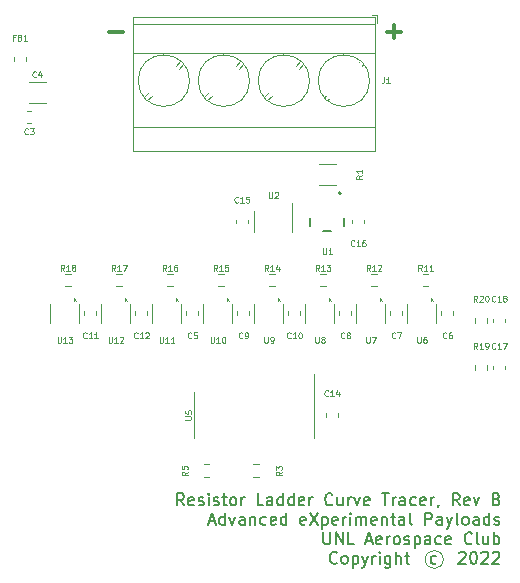
<source format=gbr>
%TF.GenerationSoftware,KiCad,Pcbnew,(5.1.10)-1*%
%TF.CreationDate,2022-11-08T16:30:58-06:00*%
%TF.ProjectId,curve_tracer,63757276-655f-4747-9261-6365722e6b69,B*%
%TF.SameCoordinates,Original*%
%TF.FileFunction,Legend,Top*%
%TF.FilePolarity,Positive*%
%FSLAX46Y46*%
G04 Gerber Fmt 4.6, Leading zero omitted, Abs format (unit mm)*
G04 Created by KiCad (PCBNEW (5.1.10)-1) date 2022-11-08 16:30:58*
%MOMM*%
%LPD*%
G01*
G04 APERTURE LIST*
%ADD10C,0.100000*%
%ADD11C,0.150000*%
%ADD12C,0.300000*%
%ADD13C,0.120000*%
%ADD14C,0.200000*%
%ADD15C,0.127000*%
G04 APERTURE END LIST*
D10*
X165458241Y-131219041D02*
G75*
G03*
X165458241Y-131219041I-764641J0D01*
G01*
D11*
X143495238Y-126628380D02*
X143161904Y-126152190D01*
X142923809Y-126628380D02*
X142923809Y-125628380D01*
X143304761Y-125628380D01*
X143399999Y-125676000D01*
X143447619Y-125723619D01*
X143495238Y-125818857D01*
X143495238Y-125961714D01*
X143447619Y-126056952D01*
X143399999Y-126104571D01*
X143304761Y-126152190D01*
X142923809Y-126152190D01*
X144304761Y-126580761D02*
X144209523Y-126628380D01*
X144019047Y-126628380D01*
X143923809Y-126580761D01*
X143876190Y-126485523D01*
X143876190Y-126104571D01*
X143923809Y-126009333D01*
X144019047Y-125961714D01*
X144209523Y-125961714D01*
X144304761Y-126009333D01*
X144352380Y-126104571D01*
X144352380Y-126199809D01*
X143876190Y-126295047D01*
X144733333Y-126580761D02*
X144828571Y-126628380D01*
X145019047Y-126628380D01*
X145114285Y-126580761D01*
X145161904Y-126485523D01*
X145161904Y-126437904D01*
X145114285Y-126342666D01*
X145019047Y-126295047D01*
X144876190Y-126295047D01*
X144780952Y-126247428D01*
X144733333Y-126152190D01*
X144733333Y-126104571D01*
X144780952Y-126009333D01*
X144876190Y-125961714D01*
X145019047Y-125961714D01*
X145114285Y-126009333D01*
X145590476Y-126628380D02*
X145590476Y-125961714D01*
X145590476Y-125628380D02*
X145542857Y-125676000D01*
X145590476Y-125723619D01*
X145638095Y-125676000D01*
X145590476Y-125628380D01*
X145590476Y-125723619D01*
X146019047Y-126580761D02*
X146114285Y-126628380D01*
X146304761Y-126628380D01*
X146399999Y-126580761D01*
X146447619Y-126485523D01*
X146447619Y-126437904D01*
X146399999Y-126342666D01*
X146304761Y-126295047D01*
X146161904Y-126295047D01*
X146066666Y-126247428D01*
X146019047Y-126152190D01*
X146019047Y-126104571D01*
X146066666Y-126009333D01*
X146161904Y-125961714D01*
X146304761Y-125961714D01*
X146399999Y-126009333D01*
X146733333Y-125961714D02*
X147114285Y-125961714D01*
X146876190Y-125628380D02*
X146876190Y-126485523D01*
X146923809Y-126580761D01*
X147019047Y-126628380D01*
X147114285Y-126628380D01*
X147590476Y-126628380D02*
X147495238Y-126580761D01*
X147447619Y-126533142D01*
X147399999Y-126437904D01*
X147399999Y-126152190D01*
X147447619Y-126056952D01*
X147495238Y-126009333D01*
X147590476Y-125961714D01*
X147733333Y-125961714D01*
X147828571Y-126009333D01*
X147876190Y-126056952D01*
X147923809Y-126152190D01*
X147923809Y-126437904D01*
X147876190Y-126533142D01*
X147828571Y-126580761D01*
X147733333Y-126628380D01*
X147590476Y-126628380D01*
X148352380Y-126628380D02*
X148352380Y-125961714D01*
X148352380Y-126152190D02*
X148399999Y-126056952D01*
X148447619Y-126009333D01*
X148542857Y-125961714D01*
X148638095Y-125961714D01*
X150209523Y-126628380D02*
X149733333Y-126628380D01*
X149733333Y-125628380D01*
X150971428Y-126628380D02*
X150971428Y-126104571D01*
X150923809Y-126009333D01*
X150828571Y-125961714D01*
X150638095Y-125961714D01*
X150542857Y-126009333D01*
X150971428Y-126580761D02*
X150876190Y-126628380D01*
X150638095Y-126628380D01*
X150542857Y-126580761D01*
X150495238Y-126485523D01*
X150495238Y-126390285D01*
X150542857Y-126295047D01*
X150638095Y-126247428D01*
X150876190Y-126247428D01*
X150971428Y-126199809D01*
X151876190Y-126628380D02*
X151876190Y-125628380D01*
X151876190Y-126580761D02*
X151780952Y-126628380D01*
X151590476Y-126628380D01*
X151495238Y-126580761D01*
X151447619Y-126533142D01*
X151399999Y-126437904D01*
X151399999Y-126152190D01*
X151447619Y-126056952D01*
X151495238Y-126009333D01*
X151590476Y-125961714D01*
X151780952Y-125961714D01*
X151876190Y-126009333D01*
X152780952Y-126628380D02*
X152780952Y-125628380D01*
X152780952Y-126580761D02*
X152685714Y-126628380D01*
X152495238Y-126628380D01*
X152399999Y-126580761D01*
X152352380Y-126533142D01*
X152304761Y-126437904D01*
X152304761Y-126152190D01*
X152352380Y-126056952D01*
X152399999Y-126009333D01*
X152495238Y-125961714D01*
X152685714Y-125961714D01*
X152780952Y-126009333D01*
X153638095Y-126580761D02*
X153542857Y-126628380D01*
X153352380Y-126628380D01*
X153257142Y-126580761D01*
X153209523Y-126485523D01*
X153209523Y-126104571D01*
X153257142Y-126009333D01*
X153352380Y-125961714D01*
X153542857Y-125961714D01*
X153638095Y-126009333D01*
X153685714Y-126104571D01*
X153685714Y-126199809D01*
X153209523Y-126295047D01*
X154114285Y-126628380D02*
X154114285Y-125961714D01*
X154114285Y-126152190D02*
X154161904Y-126056952D01*
X154209523Y-126009333D01*
X154304761Y-125961714D01*
X154399999Y-125961714D01*
X156066666Y-126533142D02*
X156019047Y-126580761D01*
X155876190Y-126628380D01*
X155780952Y-126628380D01*
X155638095Y-126580761D01*
X155542857Y-126485523D01*
X155495238Y-126390285D01*
X155447619Y-126199809D01*
X155447619Y-126056952D01*
X155495238Y-125866476D01*
X155542857Y-125771238D01*
X155638095Y-125676000D01*
X155780952Y-125628380D01*
X155876190Y-125628380D01*
X156019047Y-125676000D01*
X156066666Y-125723619D01*
X156923809Y-125961714D02*
X156923809Y-126628380D01*
X156495238Y-125961714D02*
X156495238Y-126485523D01*
X156542857Y-126580761D01*
X156638095Y-126628380D01*
X156780952Y-126628380D01*
X156876190Y-126580761D01*
X156923809Y-126533142D01*
X157399999Y-126628380D02*
X157399999Y-125961714D01*
X157399999Y-126152190D02*
X157447619Y-126056952D01*
X157495238Y-126009333D01*
X157590476Y-125961714D01*
X157685714Y-125961714D01*
X157923809Y-125961714D02*
X158161904Y-126628380D01*
X158399999Y-125961714D01*
X159161904Y-126580761D02*
X159066666Y-126628380D01*
X158876190Y-126628380D01*
X158780952Y-126580761D01*
X158733333Y-126485523D01*
X158733333Y-126104571D01*
X158780952Y-126009333D01*
X158876190Y-125961714D01*
X159066666Y-125961714D01*
X159161904Y-126009333D01*
X159209523Y-126104571D01*
X159209523Y-126199809D01*
X158733333Y-126295047D01*
X160257142Y-125628380D02*
X160828571Y-125628380D01*
X160542857Y-126628380D02*
X160542857Y-125628380D01*
X161161904Y-126628380D02*
X161161904Y-125961714D01*
X161161904Y-126152190D02*
X161209523Y-126056952D01*
X161257142Y-126009333D01*
X161352380Y-125961714D01*
X161447619Y-125961714D01*
X162209523Y-126628380D02*
X162209523Y-126104571D01*
X162161904Y-126009333D01*
X162066666Y-125961714D01*
X161876190Y-125961714D01*
X161780952Y-126009333D01*
X162209523Y-126580761D02*
X162114285Y-126628380D01*
X161876190Y-126628380D01*
X161780952Y-126580761D01*
X161733333Y-126485523D01*
X161733333Y-126390285D01*
X161780952Y-126295047D01*
X161876190Y-126247428D01*
X162114285Y-126247428D01*
X162209523Y-126199809D01*
X163114285Y-126580761D02*
X163019047Y-126628380D01*
X162828571Y-126628380D01*
X162733333Y-126580761D01*
X162685714Y-126533142D01*
X162638095Y-126437904D01*
X162638095Y-126152190D01*
X162685714Y-126056952D01*
X162733333Y-126009333D01*
X162828571Y-125961714D01*
X163019047Y-125961714D01*
X163114285Y-126009333D01*
X163923809Y-126580761D02*
X163828571Y-126628380D01*
X163638095Y-126628380D01*
X163542857Y-126580761D01*
X163495238Y-126485523D01*
X163495238Y-126104571D01*
X163542857Y-126009333D01*
X163638095Y-125961714D01*
X163828571Y-125961714D01*
X163923809Y-126009333D01*
X163971428Y-126104571D01*
X163971428Y-126199809D01*
X163495238Y-126295047D01*
X164399999Y-126628380D02*
X164399999Y-125961714D01*
X164399999Y-126152190D02*
X164447619Y-126056952D01*
X164495238Y-126009333D01*
X164590476Y-125961714D01*
X164685714Y-125961714D01*
X165066666Y-126580761D02*
X165066666Y-126628380D01*
X165019047Y-126723619D01*
X164971428Y-126771238D01*
X166828571Y-126628380D02*
X166495238Y-126152190D01*
X166257142Y-126628380D02*
X166257142Y-125628380D01*
X166638095Y-125628380D01*
X166733333Y-125676000D01*
X166780952Y-125723619D01*
X166828571Y-125818857D01*
X166828571Y-125961714D01*
X166780952Y-126056952D01*
X166733333Y-126104571D01*
X166638095Y-126152190D01*
X166257142Y-126152190D01*
X167638095Y-126580761D02*
X167542857Y-126628380D01*
X167352380Y-126628380D01*
X167257142Y-126580761D01*
X167209523Y-126485523D01*
X167209523Y-126104571D01*
X167257142Y-126009333D01*
X167352380Y-125961714D01*
X167542857Y-125961714D01*
X167638095Y-126009333D01*
X167685714Y-126104571D01*
X167685714Y-126199809D01*
X167209523Y-126295047D01*
X168019047Y-125961714D02*
X168257142Y-126628380D01*
X168495238Y-125961714D01*
X169971428Y-126104571D02*
X170114285Y-126152190D01*
X170161904Y-126199809D01*
X170209523Y-126295047D01*
X170209523Y-126437904D01*
X170161904Y-126533142D01*
X170114285Y-126580761D01*
X170019047Y-126628380D01*
X169638095Y-126628380D01*
X169638095Y-125628380D01*
X169971428Y-125628380D01*
X170066666Y-125676000D01*
X170114285Y-125723619D01*
X170161904Y-125818857D01*
X170161904Y-125914095D01*
X170114285Y-126009333D01*
X170066666Y-126056952D01*
X169971428Y-126104571D01*
X169638095Y-126104571D01*
X145638095Y-127992666D02*
X146114285Y-127992666D01*
X145542857Y-128278380D02*
X145876190Y-127278380D01*
X146209523Y-128278380D01*
X146971428Y-128278380D02*
X146971428Y-127278380D01*
X146971428Y-128230761D02*
X146876190Y-128278380D01*
X146685714Y-128278380D01*
X146590476Y-128230761D01*
X146542857Y-128183142D01*
X146495238Y-128087904D01*
X146495238Y-127802190D01*
X146542857Y-127706952D01*
X146590476Y-127659333D01*
X146685714Y-127611714D01*
X146876190Y-127611714D01*
X146971428Y-127659333D01*
X147352380Y-127611714D02*
X147590476Y-128278380D01*
X147828571Y-127611714D01*
X148638095Y-128278380D02*
X148638095Y-127754571D01*
X148590476Y-127659333D01*
X148495238Y-127611714D01*
X148304761Y-127611714D01*
X148209523Y-127659333D01*
X148638095Y-128230761D02*
X148542857Y-128278380D01*
X148304761Y-128278380D01*
X148209523Y-128230761D01*
X148161904Y-128135523D01*
X148161904Y-128040285D01*
X148209523Y-127945047D01*
X148304761Y-127897428D01*
X148542857Y-127897428D01*
X148638095Y-127849809D01*
X149114285Y-127611714D02*
X149114285Y-128278380D01*
X149114285Y-127706952D02*
X149161904Y-127659333D01*
X149257142Y-127611714D01*
X149400000Y-127611714D01*
X149495238Y-127659333D01*
X149542857Y-127754571D01*
X149542857Y-128278380D01*
X150447619Y-128230761D02*
X150352380Y-128278380D01*
X150161904Y-128278380D01*
X150066666Y-128230761D01*
X150019047Y-128183142D01*
X149971428Y-128087904D01*
X149971428Y-127802190D01*
X150019047Y-127706952D01*
X150066666Y-127659333D01*
X150161904Y-127611714D01*
X150352380Y-127611714D01*
X150447619Y-127659333D01*
X151257142Y-128230761D02*
X151161904Y-128278380D01*
X150971428Y-128278380D01*
X150876190Y-128230761D01*
X150828571Y-128135523D01*
X150828571Y-127754571D01*
X150876190Y-127659333D01*
X150971428Y-127611714D01*
X151161904Y-127611714D01*
X151257142Y-127659333D01*
X151304761Y-127754571D01*
X151304761Y-127849809D01*
X150828571Y-127945047D01*
X152161904Y-128278380D02*
X152161904Y-127278380D01*
X152161904Y-128230761D02*
X152066666Y-128278380D01*
X151876190Y-128278380D01*
X151780952Y-128230761D01*
X151733333Y-128183142D01*
X151685714Y-128087904D01*
X151685714Y-127802190D01*
X151733333Y-127706952D01*
X151780952Y-127659333D01*
X151876190Y-127611714D01*
X152066666Y-127611714D01*
X152161904Y-127659333D01*
X153780952Y-128230761D02*
X153685714Y-128278380D01*
X153495238Y-128278380D01*
X153400000Y-128230761D01*
X153352380Y-128135523D01*
X153352380Y-127754571D01*
X153400000Y-127659333D01*
X153495238Y-127611714D01*
X153685714Y-127611714D01*
X153780952Y-127659333D01*
X153828571Y-127754571D01*
X153828571Y-127849809D01*
X153352380Y-127945047D01*
X154161904Y-127278380D02*
X154828571Y-128278380D01*
X154828571Y-127278380D02*
X154161904Y-128278380D01*
X155209523Y-127611714D02*
X155209523Y-128611714D01*
X155209523Y-127659333D02*
X155304761Y-127611714D01*
X155495238Y-127611714D01*
X155590476Y-127659333D01*
X155638095Y-127706952D01*
X155685714Y-127802190D01*
X155685714Y-128087904D01*
X155638095Y-128183142D01*
X155590476Y-128230761D01*
X155495238Y-128278380D01*
X155304761Y-128278380D01*
X155209523Y-128230761D01*
X156495238Y-128230761D02*
X156400000Y-128278380D01*
X156209523Y-128278380D01*
X156114285Y-128230761D01*
X156066666Y-128135523D01*
X156066666Y-127754571D01*
X156114285Y-127659333D01*
X156209523Y-127611714D01*
X156400000Y-127611714D01*
X156495238Y-127659333D01*
X156542857Y-127754571D01*
X156542857Y-127849809D01*
X156066666Y-127945047D01*
X156971428Y-128278380D02*
X156971428Y-127611714D01*
X156971428Y-127802190D02*
X157019047Y-127706952D01*
X157066666Y-127659333D01*
X157161904Y-127611714D01*
X157257142Y-127611714D01*
X157590476Y-128278380D02*
X157590476Y-127611714D01*
X157590476Y-127278380D02*
X157542857Y-127326000D01*
X157590476Y-127373619D01*
X157638095Y-127326000D01*
X157590476Y-127278380D01*
X157590476Y-127373619D01*
X158066666Y-128278380D02*
X158066666Y-127611714D01*
X158066666Y-127706952D02*
X158114285Y-127659333D01*
X158209523Y-127611714D01*
X158352380Y-127611714D01*
X158447619Y-127659333D01*
X158495238Y-127754571D01*
X158495238Y-128278380D01*
X158495238Y-127754571D02*
X158542857Y-127659333D01*
X158638095Y-127611714D01*
X158780952Y-127611714D01*
X158876190Y-127659333D01*
X158923809Y-127754571D01*
X158923809Y-128278380D01*
X159780952Y-128230761D02*
X159685714Y-128278380D01*
X159495238Y-128278380D01*
X159400000Y-128230761D01*
X159352380Y-128135523D01*
X159352380Y-127754571D01*
X159400000Y-127659333D01*
X159495238Y-127611714D01*
X159685714Y-127611714D01*
X159780952Y-127659333D01*
X159828571Y-127754571D01*
X159828571Y-127849809D01*
X159352380Y-127945047D01*
X160257142Y-127611714D02*
X160257142Y-128278380D01*
X160257142Y-127706952D02*
X160304761Y-127659333D01*
X160400000Y-127611714D01*
X160542857Y-127611714D01*
X160638095Y-127659333D01*
X160685714Y-127754571D01*
X160685714Y-128278380D01*
X161019047Y-127611714D02*
X161400000Y-127611714D01*
X161161904Y-127278380D02*
X161161904Y-128135523D01*
X161209523Y-128230761D01*
X161304761Y-128278380D01*
X161400000Y-128278380D01*
X162161904Y-128278380D02*
X162161904Y-127754571D01*
X162114285Y-127659333D01*
X162019047Y-127611714D01*
X161828571Y-127611714D01*
X161733333Y-127659333D01*
X162161904Y-128230761D02*
X162066666Y-128278380D01*
X161828571Y-128278380D01*
X161733333Y-128230761D01*
X161685714Y-128135523D01*
X161685714Y-128040285D01*
X161733333Y-127945047D01*
X161828571Y-127897428D01*
X162066666Y-127897428D01*
X162161904Y-127849809D01*
X162780952Y-128278380D02*
X162685714Y-128230761D01*
X162638095Y-128135523D01*
X162638095Y-127278380D01*
X163923809Y-128278380D02*
X163923809Y-127278380D01*
X164304761Y-127278380D01*
X164400000Y-127326000D01*
X164447619Y-127373619D01*
X164495238Y-127468857D01*
X164495238Y-127611714D01*
X164447619Y-127706952D01*
X164400000Y-127754571D01*
X164304761Y-127802190D01*
X163923809Y-127802190D01*
X165352380Y-128278380D02*
X165352380Y-127754571D01*
X165304761Y-127659333D01*
X165209523Y-127611714D01*
X165019047Y-127611714D01*
X164923809Y-127659333D01*
X165352380Y-128230761D02*
X165257142Y-128278380D01*
X165019047Y-128278380D01*
X164923809Y-128230761D01*
X164876190Y-128135523D01*
X164876190Y-128040285D01*
X164923809Y-127945047D01*
X165019047Y-127897428D01*
X165257142Y-127897428D01*
X165352380Y-127849809D01*
X165733333Y-127611714D02*
X165971428Y-128278380D01*
X166209523Y-127611714D02*
X165971428Y-128278380D01*
X165876190Y-128516476D01*
X165828571Y-128564095D01*
X165733333Y-128611714D01*
X166733333Y-128278380D02*
X166638095Y-128230761D01*
X166590476Y-128135523D01*
X166590476Y-127278380D01*
X167257142Y-128278380D02*
X167161904Y-128230761D01*
X167114285Y-128183142D01*
X167066666Y-128087904D01*
X167066666Y-127802190D01*
X167114285Y-127706952D01*
X167161904Y-127659333D01*
X167257142Y-127611714D01*
X167400000Y-127611714D01*
X167495238Y-127659333D01*
X167542857Y-127706952D01*
X167590476Y-127802190D01*
X167590476Y-128087904D01*
X167542857Y-128183142D01*
X167495238Y-128230761D01*
X167400000Y-128278380D01*
X167257142Y-128278380D01*
X168447619Y-128278380D02*
X168447619Y-127754571D01*
X168400000Y-127659333D01*
X168304761Y-127611714D01*
X168114285Y-127611714D01*
X168019047Y-127659333D01*
X168447619Y-128230761D02*
X168352380Y-128278380D01*
X168114285Y-128278380D01*
X168019047Y-128230761D01*
X167971428Y-128135523D01*
X167971428Y-128040285D01*
X168019047Y-127945047D01*
X168114285Y-127897428D01*
X168352380Y-127897428D01*
X168447619Y-127849809D01*
X169352380Y-128278380D02*
X169352380Y-127278380D01*
X169352380Y-128230761D02*
X169257142Y-128278380D01*
X169066666Y-128278380D01*
X168971428Y-128230761D01*
X168923809Y-128183142D01*
X168876190Y-128087904D01*
X168876190Y-127802190D01*
X168923809Y-127706952D01*
X168971428Y-127659333D01*
X169066666Y-127611714D01*
X169257142Y-127611714D01*
X169352380Y-127659333D01*
X169780952Y-128230761D02*
X169876190Y-128278380D01*
X170066666Y-128278380D01*
X170161904Y-128230761D01*
X170209523Y-128135523D01*
X170209523Y-128087904D01*
X170161904Y-127992666D01*
X170066666Y-127945047D01*
X169923809Y-127945047D01*
X169828571Y-127897428D01*
X169780952Y-127802190D01*
X169780952Y-127754571D01*
X169828571Y-127659333D01*
X169923809Y-127611714D01*
X170066666Y-127611714D01*
X170161904Y-127659333D01*
X155304761Y-128928380D02*
X155304761Y-129737904D01*
X155352380Y-129833142D01*
X155400000Y-129880761D01*
X155495238Y-129928380D01*
X155685714Y-129928380D01*
X155780952Y-129880761D01*
X155828571Y-129833142D01*
X155876190Y-129737904D01*
X155876190Y-128928380D01*
X156352380Y-129928380D02*
X156352380Y-128928380D01*
X156923809Y-129928380D01*
X156923809Y-128928380D01*
X157876190Y-129928380D02*
X157400000Y-129928380D01*
X157400000Y-128928380D01*
X158923809Y-129642666D02*
X159400000Y-129642666D01*
X158828571Y-129928380D02*
X159161904Y-128928380D01*
X159495238Y-129928380D01*
X160209523Y-129880761D02*
X160114285Y-129928380D01*
X159923809Y-129928380D01*
X159828571Y-129880761D01*
X159780952Y-129785523D01*
X159780952Y-129404571D01*
X159828571Y-129309333D01*
X159923809Y-129261714D01*
X160114285Y-129261714D01*
X160209523Y-129309333D01*
X160257142Y-129404571D01*
X160257142Y-129499809D01*
X159780952Y-129595047D01*
X160685714Y-129928380D02*
X160685714Y-129261714D01*
X160685714Y-129452190D02*
X160733333Y-129356952D01*
X160780952Y-129309333D01*
X160876190Y-129261714D01*
X160971428Y-129261714D01*
X161447619Y-129928380D02*
X161352380Y-129880761D01*
X161304761Y-129833142D01*
X161257142Y-129737904D01*
X161257142Y-129452190D01*
X161304761Y-129356952D01*
X161352380Y-129309333D01*
X161447619Y-129261714D01*
X161590476Y-129261714D01*
X161685714Y-129309333D01*
X161733333Y-129356952D01*
X161780952Y-129452190D01*
X161780952Y-129737904D01*
X161733333Y-129833142D01*
X161685714Y-129880761D01*
X161590476Y-129928380D01*
X161447619Y-129928380D01*
X162161904Y-129880761D02*
X162257142Y-129928380D01*
X162447619Y-129928380D01*
X162542857Y-129880761D01*
X162590476Y-129785523D01*
X162590476Y-129737904D01*
X162542857Y-129642666D01*
X162447619Y-129595047D01*
X162304761Y-129595047D01*
X162209523Y-129547428D01*
X162161904Y-129452190D01*
X162161904Y-129404571D01*
X162209523Y-129309333D01*
X162304761Y-129261714D01*
X162447619Y-129261714D01*
X162542857Y-129309333D01*
X163019047Y-129261714D02*
X163019047Y-130261714D01*
X163019047Y-129309333D02*
X163114285Y-129261714D01*
X163304761Y-129261714D01*
X163400000Y-129309333D01*
X163447619Y-129356952D01*
X163495238Y-129452190D01*
X163495238Y-129737904D01*
X163447619Y-129833142D01*
X163400000Y-129880761D01*
X163304761Y-129928380D01*
X163114285Y-129928380D01*
X163019047Y-129880761D01*
X164352380Y-129928380D02*
X164352380Y-129404571D01*
X164304761Y-129309333D01*
X164209523Y-129261714D01*
X164019047Y-129261714D01*
X163923809Y-129309333D01*
X164352380Y-129880761D02*
X164257142Y-129928380D01*
X164019047Y-129928380D01*
X163923809Y-129880761D01*
X163876190Y-129785523D01*
X163876190Y-129690285D01*
X163923809Y-129595047D01*
X164019047Y-129547428D01*
X164257142Y-129547428D01*
X164352380Y-129499809D01*
X165257142Y-129880761D02*
X165161904Y-129928380D01*
X164971428Y-129928380D01*
X164876190Y-129880761D01*
X164828571Y-129833142D01*
X164780952Y-129737904D01*
X164780952Y-129452190D01*
X164828571Y-129356952D01*
X164876190Y-129309333D01*
X164971428Y-129261714D01*
X165161904Y-129261714D01*
X165257142Y-129309333D01*
X166066666Y-129880761D02*
X165971428Y-129928380D01*
X165780952Y-129928380D01*
X165685714Y-129880761D01*
X165638095Y-129785523D01*
X165638095Y-129404571D01*
X165685714Y-129309333D01*
X165780952Y-129261714D01*
X165971428Y-129261714D01*
X166066666Y-129309333D01*
X166114285Y-129404571D01*
X166114285Y-129499809D01*
X165638095Y-129595047D01*
X167876190Y-129833142D02*
X167828571Y-129880761D01*
X167685714Y-129928380D01*
X167590476Y-129928380D01*
X167447619Y-129880761D01*
X167352380Y-129785523D01*
X167304761Y-129690285D01*
X167257142Y-129499809D01*
X167257142Y-129356952D01*
X167304761Y-129166476D01*
X167352380Y-129071238D01*
X167447619Y-128976000D01*
X167590476Y-128928380D01*
X167685714Y-128928380D01*
X167828571Y-128976000D01*
X167876190Y-129023619D01*
X168447619Y-129928380D02*
X168352380Y-129880761D01*
X168304761Y-129785523D01*
X168304761Y-128928380D01*
X169257142Y-129261714D02*
X169257142Y-129928380D01*
X168828571Y-129261714D02*
X168828571Y-129785523D01*
X168876190Y-129880761D01*
X168971428Y-129928380D01*
X169114285Y-129928380D01*
X169209523Y-129880761D01*
X169257142Y-129833142D01*
X169733333Y-129928380D02*
X169733333Y-128928380D01*
X169733333Y-129309333D02*
X169828571Y-129261714D01*
X170019047Y-129261714D01*
X170114285Y-129309333D01*
X170161904Y-129356952D01*
X170209523Y-129452190D01*
X170209523Y-129737904D01*
X170161904Y-129833142D01*
X170114285Y-129880761D01*
X170019047Y-129928380D01*
X169828571Y-129928380D01*
X169733333Y-129880761D01*
X156447619Y-131483142D02*
X156400000Y-131530761D01*
X156257142Y-131578380D01*
X156161904Y-131578380D01*
X156019047Y-131530761D01*
X155923809Y-131435523D01*
X155876190Y-131340285D01*
X155828571Y-131149809D01*
X155828571Y-131006952D01*
X155876190Y-130816476D01*
X155923809Y-130721238D01*
X156019047Y-130626000D01*
X156161904Y-130578380D01*
X156257142Y-130578380D01*
X156400000Y-130626000D01*
X156447619Y-130673619D01*
X157019047Y-131578380D02*
X156923809Y-131530761D01*
X156876190Y-131483142D01*
X156828571Y-131387904D01*
X156828571Y-131102190D01*
X156876190Y-131006952D01*
X156923809Y-130959333D01*
X157019047Y-130911714D01*
X157161904Y-130911714D01*
X157257142Y-130959333D01*
X157304761Y-131006952D01*
X157352380Y-131102190D01*
X157352380Y-131387904D01*
X157304761Y-131483142D01*
X157257142Y-131530761D01*
X157161904Y-131578380D01*
X157019047Y-131578380D01*
X157780952Y-130911714D02*
X157780952Y-131911714D01*
X157780952Y-130959333D02*
X157876190Y-130911714D01*
X158066666Y-130911714D01*
X158161904Y-130959333D01*
X158209523Y-131006952D01*
X158257142Y-131102190D01*
X158257142Y-131387904D01*
X158209523Y-131483142D01*
X158161904Y-131530761D01*
X158066666Y-131578380D01*
X157876190Y-131578380D01*
X157780952Y-131530761D01*
X158590476Y-130911714D02*
X158828571Y-131578380D01*
X159066666Y-130911714D02*
X158828571Y-131578380D01*
X158733333Y-131816476D01*
X158685714Y-131864095D01*
X158590476Y-131911714D01*
X159447619Y-131578380D02*
X159447619Y-130911714D01*
X159447619Y-131102190D02*
X159495238Y-131006952D01*
X159542857Y-130959333D01*
X159638095Y-130911714D01*
X159733333Y-130911714D01*
X160066666Y-131578380D02*
X160066666Y-130911714D01*
X160066666Y-130578380D02*
X160019047Y-130626000D01*
X160066666Y-130673619D01*
X160114285Y-130626000D01*
X160066666Y-130578380D01*
X160066666Y-130673619D01*
X160971428Y-130911714D02*
X160971428Y-131721238D01*
X160923809Y-131816476D01*
X160876190Y-131864095D01*
X160780952Y-131911714D01*
X160638095Y-131911714D01*
X160542857Y-131864095D01*
X160971428Y-131530761D02*
X160876190Y-131578380D01*
X160685714Y-131578380D01*
X160590476Y-131530761D01*
X160542857Y-131483142D01*
X160495238Y-131387904D01*
X160495238Y-131102190D01*
X160542857Y-131006952D01*
X160590476Y-130959333D01*
X160685714Y-130911714D01*
X160876190Y-130911714D01*
X160971428Y-130959333D01*
X161447619Y-131578380D02*
X161447619Y-130578380D01*
X161876190Y-131578380D02*
X161876190Y-131054571D01*
X161828571Y-130959333D01*
X161733333Y-130911714D01*
X161590476Y-130911714D01*
X161495238Y-130959333D01*
X161447619Y-131006952D01*
X162209523Y-130911714D02*
X162590476Y-130911714D01*
X162352380Y-130578380D02*
X162352380Y-131435523D01*
X162400000Y-131530761D01*
X162495238Y-131578380D01*
X162590476Y-131578380D01*
X164876190Y-131530761D02*
X164780952Y-131578380D01*
X164590476Y-131578380D01*
X164495238Y-131530761D01*
X164447619Y-131483142D01*
X164400000Y-131387904D01*
X164400000Y-131102190D01*
X164447619Y-131006952D01*
X164495238Y-130959333D01*
X164590476Y-130911714D01*
X164780952Y-130911714D01*
X164876190Y-130959333D01*
X166780952Y-130673619D02*
X166828571Y-130626000D01*
X166923809Y-130578380D01*
X167161904Y-130578380D01*
X167257142Y-130626000D01*
X167304761Y-130673619D01*
X167352380Y-130768857D01*
X167352380Y-130864095D01*
X167304761Y-131006952D01*
X166733333Y-131578380D01*
X167352380Y-131578380D01*
X167971428Y-130578380D02*
X168066666Y-130578380D01*
X168161904Y-130626000D01*
X168209523Y-130673619D01*
X168257142Y-130768857D01*
X168304761Y-130959333D01*
X168304761Y-131197428D01*
X168257142Y-131387904D01*
X168209523Y-131483142D01*
X168161904Y-131530761D01*
X168066666Y-131578380D01*
X167971428Y-131578380D01*
X167876190Y-131530761D01*
X167828571Y-131483142D01*
X167780952Y-131387904D01*
X167733333Y-131197428D01*
X167733333Y-130959333D01*
X167780952Y-130768857D01*
X167828571Y-130673619D01*
X167876190Y-130626000D01*
X167971428Y-130578380D01*
X168685714Y-130673619D02*
X168733333Y-130626000D01*
X168828571Y-130578380D01*
X169066666Y-130578380D01*
X169161904Y-130626000D01*
X169209523Y-130673619D01*
X169257142Y-130768857D01*
X169257142Y-130864095D01*
X169209523Y-131006952D01*
X168638095Y-131578380D01*
X169257142Y-131578380D01*
X169638095Y-130673619D02*
X169685714Y-130626000D01*
X169780952Y-130578380D01*
X170019047Y-130578380D01*
X170114285Y-130626000D01*
X170161904Y-130673619D01*
X170209523Y-130768857D01*
X170209523Y-130864095D01*
X170161904Y-131006952D01*
X169590476Y-131578380D01*
X170209523Y-131578380D01*
D12*
X160718571Y-86530642D02*
X161861428Y-86530642D01*
X161290000Y-87102071D02*
X161290000Y-85959214D01*
X137160071Y-86530642D02*
X138302928Y-86530642D01*
D13*
%TO.C,U2*%
X149456500Y-101716000D02*
X149456500Y-103516000D01*
X152676500Y-103516000D02*
X152676500Y-101066000D01*
D14*
%TO.C,U1*%
X156788500Y-100206000D02*
G75*
G03*
X156788500Y-100206000I-100000J0D01*
G01*
D15*
X157088500Y-102286000D02*
X157088500Y-102946000D01*
X155973500Y-103416000D02*
X155303500Y-103416000D01*
X154188500Y-102946000D02*
X154188500Y-102286000D01*
D13*
%TO.C,R20*%
X169178500Y-110759743D02*
X169178500Y-111234259D01*
X168133500Y-110759743D02*
X168133500Y-111234259D01*
%TO.C,R19*%
X168133500Y-115204257D02*
X168133500Y-114729741D01*
X169178500Y-115204257D02*
X169178500Y-114729741D01*
%TO.C,R1*%
X154911436Y-97705500D02*
X156365564Y-97705500D01*
X154911436Y-99525500D02*
X156365564Y-99525500D01*
%TO.C,J1*%
X159215500Y-90678000D02*
G75*
G03*
X159215500Y-90678000I-2180000J0D01*
G01*
X154135500Y-90678000D02*
G75*
G03*
X154135500Y-90678000I-2180000J0D01*
G01*
X149055500Y-90678000D02*
G75*
G03*
X149055500Y-90678000I-2180000J0D01*
G01*
X143975500Y-90678000D02*
G75*
G03*
X143975500Y-90678000I-2180000J0D01*
G01*
X159635500Y-85878000D02*
X139195500Y-85878000D01*
X159635500Y-88378000D02*
X139195500Y-88378000D01*
X159635500Y-94578000D02*
X139195500Y-94578000D01*
X159635500Y-96638000D02*
X139195500Y-96638000D01*
X159635500Y-85318000D02*
X139195500Y-85318000D01*
X159635500Y-96638000D02*
X159635500Y-85318000D01*
X139195500Y-96638000D02*
X139195500Y-85318000D01*
X155381500Y-92066000D02*
X155488500Y-91959000D01*
X158317500Y-89131000D02*
X158423500Y-89024000D01*
X155647500Y-92332000D02*
X155754500Y-92225000D01*
X158583500Y-89397000D02*
X158689500Y-89290000D01*
X150301500Y-92066000D02*
X150696500Y-91670000D01*
X152962500Y-89404000D02*
X153342500Y-89024000D01*
X150567500Y-92332000D02*
X150947500Y-91952000D01*
X153213500Y-89686000D02*
X153608500Y-89290000D01*
X145221500Y-92066000D02*
X145616500Y-91670000D01*
X147882500Y-89404000D02*
X148262500Y-89024000D01*
X145487500Y-92332000D02*
X145867500Y-91952000D01*
X148133500Y-89686000D02*
X148528500Y-89290000D01*
X140141500Y-92066000D02*
X140536500Y-91670000D01*
X142802500Y-89404000D02*
X143182500Y-89024000D01*
X140407500Y-92332000D02*
X140787500Y-91952000D01*
X143053500Y-89686000D02*
X143448500Y-89290000D01*
X159875500Y-85818000D02*
X159875500Y-85078000D01*
X159875500Y-85078000D02*
X159375500Y-85078000D01*
%TO.C,FB1*%
X130113500Y-88673721D02*
X130113500Y-88999279D01*
X129093500Y-88673721D02*
X129093500Y-88999279D01*
%TO.C,C18*%
X169670000Y-111137581D02*
X169670000Y-110856421D01*
X170690000Y-111137581D02*
X170690000Y-110856421D01*
%TO.C,C17*%
X170690000Y-114826419D02*
X170690000Y-115107579D01*
X169670000Y-114826419D02*
X169670000Y-115107579D01*
%TO.C,C16*%
X157732000Y-102756580D02*
X157732000Y-102475420D01*
X158752000Y-102756580D02*
X158752000Y-102475420D01*
%TO.C,C15*%
X148909500Y-102475420D02*
X148909500Y-102756580D01*
X147889500Y-102475420D02*
X147889500Y-102756580D01*
%TO.C,C4*%
X130352748Y-90784000D02*
X131775252Y-90784000D01*
X130352748Y-92604000D02*
X131775252Y-92604000D01*
%TO.C,C3*%
X130224920Y-93279500D02*
X130506080Y-93279500D01*
X130224920Y-94299500D02*
X130506080Y-94299500D01*
%TO.C,U13*%
X134645400Y-111163100D02*
X134645400Y-109562900D01*
X132181600Y-109562900D02*
X132181600Y-111163100D01*
%TO.C,U12*%
X138963400Y-111163100D02*
X138963400Y-109562900D01*
X136499600Y-109562900D02*
X136499600Y-111163100D01*
%TO.C,U11*%
X143281400Y-111163100D02*
X143281400Y-109562900D01*
X140817600Y-109562900D02*
X140817600Y-111163100D01*
%TO.C,U10*%
X147599400Y-111163100D02*
X147599400Y-109562900D01*
X145135600Y-109562900D02*
X145135600Y-111163100D01*
%TO.C,U9*%
X151917400Y-111163100D02*
X151917400Y-109562900D01*
X149453600Y-109562900D02*
X149453600Y-111163100D01*
%TO.C,U8*%
X156235400Y-111163100D02*
X156235400Y-109562900D01*
X153771600Y-109562900D02*
X153771600Y-111163100D01*
%TO.C,U7*%
X160553400Y-111163100D02*
X160553400Y-109562900D01*
X158089600Y-109562900D02*
X158089600Y-111163100D01*
%TO.C,U6*%
X164871400Y-111163100D02*
X164871400Y-109562900D01*
X162407600Y-109562900D02*
X162407600Y-111163100D01*
%TO.C,U5*%
X154475500Y-118999000D02*
X154475500Y-115549000D01*
X154475500Y-118999000D02*
X154475500Y-120949000D01*
X144355500Y-118999000D02*
X144355500Y-117049000D01*
X144355500Y-118999000D02*
X144355500Y-120949000D01*
%TO.C,R18*%
X133430242Y-108091500D02*
X133904758Y-108091500D01*
X133430242Y-107046500D02*
X133904758Y-107046500D01*
%TO.C,R17*%
X137748242Y-108091500D02*
X138222758Y-108091500D01*
X137748242Y-107046500D02*
X138222758Y-107046500D01*
%TO.C,R16*%
X142066242Y-108091500D02*
X142540758Y-108091500D01*
X142066242Y-107046500D02*
X142540758Y-107046500D01*
%TO.C,R15*%
X146384242Y-108091500D02*
X146858758Y-108091500D01*
X146384242Y-107046500D02*
X146858758Y-107046500D01*
%TO.C,R14*%
X150702242Y-108091500D02*
X151176758Y-108091500D01*
X150702242Y-107046500D02*
X151176758Y-107046500D01*
%TO.C,R13*%
X155020242Y-108091500D02*
X155494758Y-108091500D01*
X155020242Y-107046500D02*
X155494758Y-107046500D01*
%TO.C,R12*%
X159338242Y-108091500D02*
X159812758Y-108091500D01*
X159338242Y-107046500D02*
X159812758Y-107046500D01*
%TO.C,R11*%
X163719242Y-108091500D02*
X164193758Y-108091500D01*
X163719242Y-107046500D02*
X164193758Y-107046500D01*
%TO.C,R5*%
X145652258Y-123175500D02*
X145177742Y-123175500D01*
X145652258Y-124220500D02*
X145177742Y-124220500D01*
%TO.C,R3*%
X149368742Y-124220500D02*
X149843258Y-124220500D01*
X149368742Y-123175500D02*
X149843258Y-123175500D01*
%TO.C,C14*%
X156529500Y-119139580D02*
X156529500Y-118858420D01*
X155509500Y-119139580D02*
X155509500Y-118858420D01*
%TO.C,C12*%
X140400500Y-110503580D02*
X140400500Y-110222420D01*
X139380500Y-110503580D02*
X139380500Y-110222420D01*
%TO.C,C11*%
X136082500Y-110503580D02*
X136082500Y-110222420D01*
X135062500Y-110503580D02*
X135062500Y-110222420D01*
%TO.C,C10*%
X153354500Y-110503580D02*
X153354500Y-110222420D01*
X152334500Y-110503580D02*
X152334500Y-110222420D01*
%TO.C,C9*%
X149036500Y-110503580D02*
X149036500Y-110222420D01*
X148016500Y-110503580D02*
X148016500Y-110222420D01*
%TO.C,C8*%
X157672500Y-110503580D02*
X157672500Y-110222420D01*
X156652500Y-110503580D02*
X156652500Y-110222420D01*
%TO.C,C7*%
X161990500Y-110503580D02*
X161990500Y-110222420D01*
X160970500Y-110503580D02*
X160970500Y-110222420D01*
%TO.C,C6*%
X166308500Y-110503580D02*
X166308500Y-110222420D01*
X165288500Y-110503580D02*
X165288500Y-110222420D01*
%TO.C,C5*%
X144718500Y-110503580D02*
X144718500Y-110222420D01*
X143698500Y-110503580D02*
X143698500Y-110222420D01*
%TO.C,U2*%
D10*
X150685547Y-100119690D02*
X150685547Y-100524452D01*
X150709357Y-100572071D01*
X150733166Y-100595880D01*
X150780785Y-100619690D01*
X150876023Y-100619690D01*
X150923642Y-100595880D01*
X150947452Y-100572071D01*
X150971261Y-100524452D01*
X150971261Y-100119690D01*
X151185547Y-100167309D02*
X151209357Y-100143500D01*
X151256976Y-100119690D01*
X151376023Y-100119690D01*
X151423642Y-100143500D01*
X151447452Y-100167309D01*
X151471261Y-100214928D01*
X151471261Y-100262547D01*
X151447452Y-100333976D01*
X151161738Y-100619690D01*
X151471261Y-100619690D01*
%TO.C,U1*%
X155257547Y-104882190D02*
X155257547Y-105286952D01*
X155281357Y-105334571D01*
X155305166Y-105358380D01*
X155352785Y-105382190D01*
X155448023Y-105382190D01*
X155495642Y-105358380D01*
X155519452Y-105334571D01*
X155543261Y-105286952D01*
X155543261Y-104882190D01*
X156043261Y-105382190D02*
X155757547Y-105382190D01*
X155900404Y-105382190D02*
X155900404Y-104882190D01*
X155852785Y-104953619D01*
X155805166Y-105001238D01*
X155757547Y-105025047D01*
%TO.C,R20*%
X168334571Y-109382690D02*
X168167904Y-109144595D01*
X168048857Y-109382690D02*
X168048857Y-108882690D01*
X168239333Y-108882690D01*
X168286952Y-108906500D01*
X168310761Y-108930309D01*
X168334571Y-108977928D01*
X168334571Y-109049357D01*
X168310761Y-109096976D01*
X168286952Y-109120785D01*
X168239333Y-109144595D01*
X168048857Y-109144595D01*
X168525047Y-108930309D02*
X168548857Y-108906500D01*
X168596476Y-108882690D01*
X168715523Y-108882690D01*
X168763142Y-108906500D01*
X168786952Y-108930309D01*
X168810761Y-108977928D01*
X168810761Y-109025547D01*
X168786952Y-109096976D01*
X168501238Y-109382690D01*
X168810761Y-109382690D01*
X169120285Y-108882690D02*
X169167904Y-108882690D01*
X169215523Y-108906500D01*
X169239333Y-108930309D01*
X169263142Y-108977928D01*
X169286952Y-109073166D01*
X169286952Y-109192214D01*
X169263142Y-109287452D01*
X169239333Y-109335071D01*
X169215523Y-109358880D01*
X169167904Y-109382690D01*
X169120285Y-109382690D01*
X169072666Y-109358880D01*
X169048857Y-109335071D01*
X169025047Y-109287452D01*
X169001238Y-109192214D01*
X169001238Y-109073166D01*
X169025047Y-108977928D01*
X169048857Y-108930309D01*
X169072666Y-108906500D01*
X169120285Y-108882690D01*
%TO.C,R19*%
X168334571Y-113383190D02*
X168167904Y-113145095D01*
X168048857Y-113383190D02*
X168048857Y-112883190D01*
X168239333Y-112883190D01*
X168286952Y-112907000D01*
X168310761Y-112930809D01*
X168334571Y-112978428D01*
X168334571Y-113049857D01*
X168310761Y-113097476D01*
X168286952Y-113121285D01*
X168239333Y-113145095D01*
X168048857Y-113145095D01*
X168810761Y-113383190D02*
X168525047Y-113383190D01*
X168667904Y-113383190D02*
X168667904Y-112883190D01*
X168620285Y-112954619D01*
X168572666Y-113002238D01*
X168525047Y-113026047D01*
X169048857Y-113383190D02*
X169144095Y-113383190D01*
X169191714Y-113359380D01*
X169215523Y-113335571D01*
X169263142Y-113264142D01*
X169286952Y-113168904D01*
X169286952Y-112978428D01*
X169263142Y-112930809D01*
X169239333Y-112907000D01*
X169191714Y-112883190D01*
X169096476Y-112883190D01*
X169048857Y-112907000D01*
X169025047Y-112930809D01*
X169001238Y-112978428D01*
X169001238Y-113097476D01*
X169025047Y-113145095D01*
X169048857Y-113168904D01*
X169096476Y-113192714D01*
X169191714Y-113192714D01*
X169239333Y-113168904D01*
X169263142Y-113145095D01*
X169286952Y-113097476D01*
%TO.C,R1*%
X158595190Y-98698833D02*
X158357095Y-98865500D01*
X158595190Y-98984547D02*
X158095190Y-98984547D01*
X158095190Y-98794071D01*
X158119000Y-98746452D01*
X158142809Y-98722642D01*
X158190428Y-98698833D01*
X158261857Y-98698833D01*
X158309476Y-98722642D01*
X158333285Y-98746452D01*
X158357095Y-98794071D01*
X158357095Y-98984547D01*
X158595190Y-98222642D02*
X158595190Y-98508357D01*
X158595190Y-98365500D02*
X158095190Y-98365500D01*
X158166619Y-98413119D01*
X158214238Y-98460738D01*
X158238047Y-98508357D01*
%TO.C,J1*%
X160424833Y-90404190D02*
X160424833Y-90761333D01*
X160401023Y-90832761D01*
X160353404Y-90880380D01*
X160281976Y-90904190D01*
X160234357Y-90904190D01*
X160924833Y-90904190D02*
X160639119Y-90904190D01*
X160781976Y-90904190D02*
X160781976Y-90404190D01*
X160734357Y-90475619D01*
X160686738Y-90523238D01*
X160639119Y-90547047D01*
%TO.C,FB1*%
X129186833Y-87022785D02*
X129020166Y-87022785D01*
X129020166Y-87284690D02*
X129020166Y-86784690D01*
X129258261Y-86784690D01*
X129615404Y-87022785D02*
X129686833Y-87046595D01*
X129710642Y-87070404D01*
X129734452Y-87118023D01*
X129734452Y-87189452D01*
X129710642Y-87237071D01*
X129686833Y-87260880D01*
X129639214Y-87284690D01*
X129448738Y-87284690D01*
X129448738Y-86784690D01*
X129615404Y-86784690D01*
X129663023Y-86808500D01*
X129686833Y-86832309D01*
X129710642Y-86879928D01*
X129710642Y-86927547D01*
X129686833Y-86975166D01*
X129663023Y-86998976D01*
X129615404Y-87022785D01*
X129448738Y-87022785D01*
X130210642Y-87284690D02*
X129924928Y-87284690D01*
X130067785Y-87284690D02*
X130067785Y-86784690D01*
X130020166Y-86856119D01*
X129972547Y-86903738D01*
X129924928Y-86927547D01*
%TO.C,C18*%
X169858571Y-109335071D02*
X169834761Y-109358880D01*
X169763333Y-109382690D01*
X169715714Y-109382690D01*
X169644285Y-109358880D01*
X169596666Y-109311261D01*
X169572857Y-109263642D01*
X169549047Y-109168404D01*
X169549047Y-109096976D01*
X169572857Y-109001738D01*
X169596666Y-108954119D01*
X169644285Y-108906500D01*
X169715714Y-108882690D01*
X169763333Y-108882690D01*
X169834761Y-108906500D01*
X169858571Y-108930309D01*
X170334761Y-109382690D02*
X170049047Y-109382690D01*
X170191904Y-109382690D02*
X170191904Y-108882690D01*
X170144285Y-108954119D01*
X170096666Y-109001738D01*
X170049047Y-109025547D01*
X170620476Y-109096976D02*
X170572857Y-109073166D01*
X170549047Y-109049357D01*
X170525238Y-109001738D01*
X170525238Y-108977928D01*
X170549047Y-108930309D01*
X170572857Y-108906500D01*
X170620476Y-108882690D01*
X170715714Y-108882690D01*
X170763333Y-108906500D01*
X170787142Y-108930309D01*
X170810952Y-108977928D01*
X170810952Y-109001738D01*
X170787142Y-109049357D01*
X170763333Y-109073166D01*
X170715714Y-109096976D01*
X170620476Y-109096976D01*
X170572857Y-109120785D01*
X170549047Y-109144595D01*
X170525238Y-109192214D01*
X170525238Y-109287452D01*
X170549047Y-109335071D01*
X170572857Y-109358880D01*
X170620476Y-109382690D01*
X170715714Y-109382690D01*
X170763333Y-109358880D01*
X170787142Y-109335071D01*
X170810952Y-109287452D01*
X170810952Y-109192214D01*
X170787142Y-109144595D01*
X170763333Y-109120785D01*
X170715714Y-109096976D01*
%TO.C,C17*%
X169858571Y-113335571D02*
X169834761Y-113359380D01*
X169763333Y-113383190D01*
X169715714Y-113383190D01*
X169644285Y-113359380D01*
X169596666Y-113311761D01*
X169572857Y-113264142D01*
X169549047Y-113168904D01*
X169549047Y-113097476D01*
X169572857Y-113002238D01*
X169596666Y-112954619D01*
X169644285Y-112907000D01*
X169715714Y-112883190D01*
X169763333Y-112883190D01*
X169834761Y-112907000D01*
X169858571Y-112930809D01*
X170334761Y-113383190D02*
X170049047Y-113383190D01*
X170191904Y-113383190D02*
X170191904Y-112883190D01*
X170144285Y-112954619D01*
X170096666Y-113002238D01*
X170049047Y-113026047D01*
X170501428Y-112883190D02*
X170834761Y-112883190D01*
X170620476Y-113383190D01*
%TO.C,C16*%
X157920571Y-104636071D02*
X157896761Y-104659880D01*
X157825333Y-104683690D01*
X157777714Y-104683690D01*
X157706285Y-104659880D01*
X157658666Y-104612261D01*
X157634857Y-104564642D01*
X157611047Y-104469404D01*
X157611047Y-104397976D01*
X157634857Y-104302738D01*
X157658666Y-104255119D01*
X157706285Y-104207500D01*
X157777714Y-104183690D01*
X157825333Y-104183690D01*
X157896761Y-104207500D01*
X157920571Y-104231309D01*
X158396761Y-104683690D02*
X158111047Y-104683690D01*
X158253904Y-104683690D02*
X158253904Y-104183690D01*
X158206285Y-104255119D01*
X158158666Y-104302738D01*
X158111047Y-104326547D01*
X158825333Y-104183690D02*
X158730095Y-104183690D01*
X158682476Y-104207500D01*
X158658666Y-104231309D01*
X158611047Y-104302738D01*
X158587238Y-104397976D01*
X158587238Y-104588452D01*
X158611047Y-104636071D01*
X158634857Y-104659880D01*
X158682476Y-104683690D01*
X158777714Y-104683690D01*
X158825333Y-104659880D01*
X158849142Y-104636071D01*
X158872952Y-104588452D01*
X158872952Y-104469404D01*
X158849142Y-104421785D01*
X158825333Y-104397976D01*
X158777714Y-104374166D01*
X158682476Y-104374166D01*
X158634857Y-104397976D01*
X158611047Y-104421785D01*
X158587238Y-104469404D01*
%TO.C,C15*%
X148078071Y-100953071D02*
X148054261Y-100976880D01*
X147982833Y-101000690D01*
X147935214Y-101000690D01*
X147863785Y-100976880D01*
X147816166Y-100929261D01*
X147792357Y-100881642D01*
X147768547Y-100786404D01*
X147768547Y-100714976D01*
X147792357Y-100619738D01*
X147816166Y-100572119D01*
X147863785Y-100524500D01*
X147935214Y-100500690D01*
X147982833Y-100500690D01*
X148054261Y-100524500D01*
X148078071Y-100548309D01*
X148554261Y-101000690D02*
X148268547Y-101000690D01*
X148411404Y-101000690D02*
X148411404Y-100500690D01*
X148363785Y-100572119D01*
X148316166Y-100619738D01*
X148268547Y-100643547D01*
X149006642Y-100500690D02*
X148768547Y-100500690D01*
X148744738Y-100738785D01*
X148768547Y-100714976D01*
X148816166Y-100691166D01*
X148935214Y-100691166D01*
X148982833Y-100714976D01*
X149006642Y-100738785D01*
X149030452Y-100786404D01*
X149030452Y-100905452D01*
X149006642Y-100953071D01*
X148982833Y-100976880D01*
X148935214Y-101000690D01*
X148816166Y-101000690D01*
X148768547Y-100976880D01*
X148744738Y-100953071D01*
%TO.C,C4*%
X130980666Y-90348571D02*
X130956857Y-90372380D01*
X130885428Y-90396190D01*
X130837809Y-90396190D01*
X130766380Y-90372380D01*
X130718761Y-90324761D01*
X130694952Y-90277142D01*
X130671142Y-90181904D01*
X130671142Y-90110476D01*
X130694952Y-90015238D01*
X130718761Y-89967619D01*
X130766380Y-89920000D01*
X130837809Y-89896190D01*
X130885428Y-89896190D01*
X130956857Y-89920000D01*
X130980666Y-89943809D01*
X131409238Y-90062857D02*
X131409238Y-90396190D01*
X131290190Y-89872380D02*
X131171142Y-90229523D01*
X131480666Y-90229523D01*
%TO.C,C3*%
X130282166Y-95174571D02*
X130258357Y-95198380D01*
X130186928Y-95222190D01*
X130139309Y-95222190D01*
X130067880Y-95198380D01*
X130020261Y-95150761D01*
X129996452Y-95103142D01*
X129972642Y-95007904D01*
X129972642Y-94936476D01*
X129996452Y-94841238D01*
X130020261Y-94793619D01*
X130067880Y-94746000D01*
X130139309Y-94722190D01*
X130186928Y-94722190D01*
X130258357Y-94746000D01*
X130282166Y-94769809D01*
X130448833Y-94722190D02*
X130758357Y-94722190D01*
X130591690Y-94912666D01*
X130663119Y-94912666D01*
X130710738Y-94936476D01*
X130734547Y-94960285D01*
X130758357Y-95007904D01*
X130758357Y-95126952D01*
X130734547Y-95174571D01*
X130710738Y-95198380D01*
X130663119Y-95222190D01*
X130520261Y-95222190D01*
X130472642Y-95198380D01*
X130448833Y-95174571D01*
%TO.C,U13*%
X132794452Y-112375190D02*
X132794452Y-112779952D01*
X132818261Y-112827571D01*
X132842071Y-112851380D01*
X132889690Y-112875190D01*
X132984928Y-112875190D01*
X133032547Y-112851380D01*
X133056357Y-112827571D01*
X133080166Y-112779952D01*
X133080166Y-112375190D01*
X133580166Y-112875190D02*
X133294452Y-112875190D01*
X133437309Y-112875190D02*
X133437309Y-112375190D01*
X133389690Y-112446619D01*
X133342071Y-112494238D01*
X133294452Y-112518047D01*
X133746833Y-112375190D02*
X134056357Y-112375190D01*
X133889690Y-112565666D01*
X133961119Y-112565666D01*
X134008738Y-112589476D01*
X134032547Y-112613285D01*
X134056357Y-112660904D01*
X134056357Y-112779952D01*
X134032547Y-112827571D01*
X134008738Y-112851380D01*
X133961119Y-112875190D01*
X133818261Y-112875190D01*
X133770642Y-112851380D01*
X133746833Y-112827571D01*
X134155690Y-109220000D02*
X134274738Y-109220000D01*
X134227119Y-109339047D02*
X134274738Y-109220000D01*
X134227119Y-109100952D01*
X134369976Y-109291428D02*
X134274738Y-109220000D01*
X134369976Y-109148571D01*
%TO.C,U12*%
X137112452Y-112375190D02*
X137112452Y-112779952D01*
X137136261Y-112827571D01*
X137160071Y-112851380D01*
X137207690Y-112875190D01*
X137302928Y-112875190D01*
X137350547Y-112851380D01*
X137374357Y-112827571D01*
X137398166Y-112779952D01*
X137398166Y-112375190D01*
X137898166Y-112875190D02*
X137612452Y-112875190D01*
X137755309Y-112875190D02*
X137755309Y-112375190D01*
X137707690Y-112446619D01*
X137660071Y-112494238D01*
X137612452Y-112518047D01*
X138088642Y-112422809D02*
X138112452Y-112399000D01*
X138160071Y-112375190D01*
X138279119Y-112375190D01*
X138326738Y-112399000D01*
X138350547Y-112422809D01*
X138374357Y-112470428D01*
X138374357Y-112518047D01*
X138350547Y-112589476D01*
X138064833Y-112875190D01*
X138374357Y-112875190D01*
X138473690Y-109220000D02*
X138592738Y-109220000D01*
X138545119Y-109339047D02*
X138592738Y-109220000D01*
X138545119Y-109100952D01*
X138687976Y-109291428D02*
X138592738Y-109220000D01*
X138687976Y-109148571D01*
%TO.C,U11*%
X141430452Y-112375190D02*
X141430452Y-112779952D01*
X141454261Y-112827571D01*
X141478071Y-112851380D01*
X141525690Y-112875190D01*
X141620928Y-112875190D01*
X141668547Y-112851380D01*
X141692357Y-112827571D01*
X141716166Y-112779952D01*
X141716166Y-112375190D01*
X142216166Y-112875190D02*
X141930452Y-112875190D01*
X142073309Y-112875190D02*
X142073309Y-112375190D01*
X142025690Y-112446619D01*
X141978071Y-112494238D01*
X141930452Y-112518047D01*
X142692357Y-112875190D02*
X142406642Y-112875190D01*
X142549500Y-112875190D02*
X142549500Y-112375190D01*
X142501880Y-112446619D01*
X142454261Y-112494238D01*
X142406642Y-112518047D01*
X142791690Y-109220000D02*
X142910738Y-109220000D01*
X142863119Y-109339047D02*
X142910738Y-109220000D01*
X142863119Y-109100952D01*
X143005976Y-109291428D02*
X142910738Y-109220000D01*
X143005976Y-109148571D01*
%TO.C,U10*%
X145748452Y-112375190D02*
X145748452Y-112779952D01*
X145772261Y-112827571D01*
X145796071Y-112851380D01*
X145843690Y-112875190D01*
X145938928Y-112875190D01*
X145986547Y-112851380D01*
X146010357Y-112827571D01*
X146034166Y-112779952D01*
X146034166Y-112375190D01*
X146534166Y-112875190D02*
X146248452Y-112875190D01*
X146391309Y-112875190D02*
X146391309Y-112375190D01*
X146343690Y-112446619D01*
X146296071Y-112494238D01*
X146248452Y-112518047D01*
X146843690Y-112375190D02*
X146891309Y-112375190D01*
X146938928Y-112399000D01*
X146962738Y-112422809D01*
X146986547Y-112470428D01*
X147010357Y-112565666D01*
X147010357Y-112684714D01*
X146986547Y-112779952D01*
X146962738Y-112827571D01*
X146938928Y-112851380D01*
X146891309Y-112875190D01*
X146843690Y-112875190D01*
X146796071Y-112851380D01*
X146772261Y-112827571D01*
X146748452Y-112779952D01*
X146724642Y-112684714D01*
X146724642Y-112565666D01*
X146748452Y-112470428D01*
X146772261Y-112422809D01*
X146796071Y-112399000D01*
X146843690Y-112375190D01*
X147109690Y-109220000D02*
X147228738Y-109220000D01*
X147181119Y-109339047D02*
X147228738Y-109220000D01*
X147181119Y-109100952D01*
X147323976Y-109291428D02*
X147228738Y-109220000D01*
X147323976Y-109148571D01*
%TO.C,U9*%
X150304547Y-112375190D02*
X150304547Y-112779952D01*
X150328357Y-112827571D01*
X150352166Y-112851380D01*
X150399785Y-112875190D01*
X150495023Y-112875190D01*
X150542642Y-112851380D01*
X150566452Y-112827571D01*
X150590261Y-112779952D01*
X150590261Y-112375190D01*
X150852166Y-112875190D02*
X150947404Y-112875190D01*
X150995023Y-112851380D01*
X151018833Y-112827571D01*
X151066452Y-112756142D01*
X151090261Y-112660904D01*
X151090261Y-112470428D01*
X151066452Y-112422809D01*
X151042642Y-112399000D01*
X150995023Y-112375190D01*
X150899785Y-112375190D01*
X150852166Y-112399000D01*
X150828357Y-112422809D01*
X150804547Y-112470428D01*
X150804547Y-112589476D01*
X150828357Y-112637095D01*
X150852166Y-112660904D01*
X150899785Y-112684714D01*
X150995023Y-112684714D01*
X151042642Y-112660904D01*
X151066452Y-112637095D01*
X151090261Y-112589476D01*
X151427690Y-109220000D02*
X151546738Y-109220000D01*
X151499119Y-109339047D02*
X151546738Y-109220000D01*
X151499119Y-109100952D01*
X151641976Y-109291428D02*
X151546738Y-109220000D01*
X151641976Y-109148571D01*
%TO.C,U8*%
X154622547Y-112375190D02*
X154622547Y-112779952D01*
X154646357Y-112827571D01*
X154670166Y-112851380D01*
X154717785Y-112875190D01*
X154813023Y-112875190D01*
X154860642Y-112851380D01*
X154884452Y-112827571D01*
X154908261Y-112779952D01*
X154908261Y-112375190D01*
X155217785Y-112589476D02*
X155170166Y-112565666D01*
X155146357Y-112541857D01*
X155122547Y-112494238D01*
X155122547Y-112470428D01*
X155146357Y-112422809D01*
X155170166Y-112399000D01*
X155217785Y-112375190D01*
X155313023Y-112375190D01*
X155360642Y-112399000D01*
X155384452Y-112422809D01*
X155408261Y-112470428D01*
X155408261Y-112494238D01*
X155384452Y-112541857D01*
X155360642Y-112565666D01*
X155313023Y-112589476D01*
X155217785Y-112589476D01*
X155170166Y-112613285D01*
X155146357Y-112637095D01*
X155122547Y-112684714D01*
X155122547Y-112779952D01*
X155146357Y-112827571D01*
X155170166Y-112851380D01*
X155217785Y-112875190D01*
X155313023Y-112875190D01*
X155360642Y-112851380D01*
X155384452Y-112827571D01*
X155408261Y-112779952D01*
X155408261Y-112684714D01*
X155384452Y-112637095D01*
X155360642Y-112613285D01*
X155313023Y-112589476D01*
X155745690Y-109220000D02*
X155864738Y-109220000D01*
X155817119Y-109339047D02*
X155864738Y-109220000D01*
X155817119Y-109100952D01*
X155959976Y-109291428D02*
X155864738Y-109220000D01*
X155959976Y-109148571D01*
%TO.C,U7*%
X158940547Y-112375190D02*
X158940547Y-112779952D01*
X158964357Y-112827571D01*
X158988166Y-112851380D01*
X159035785Y-112875190D01*
X159131023Y-112875190D01*
X159178642Y-112851380D01*
X159202452Y-112827571D01*
X159226261Y-112779952D01*
X159226261Y-112375190D01*
X159416738Y-112375190D02*
X159750071Y-112375190D01*
X159535785Y-112875190D01*
X160063690Y-109220000D02*
X160182738Y-109220000D01*
X160135119Y-109339047D02*
X160182738Y-109220000D01*
X160135119Y-109100952D01*
X160277976Y-109291428D02*
X160182738Y-109220000D01*
X160277976Y-109148571D01*
%TO.C,U6*%
X163258547Y-112375190D02*
X163258547Y-112779952D01*
X163282357Y-112827571D01*
X163306166Y-112851380D01*
X163353785Y-112875190D01*
X163449023Y-112875190D01*
X163496642Y-112851380D01*
X163520452Y-112827571D01*
X163544261Y-112779952D01*
X163544261Y-112375190D01*
X163996642Y-112375190D02*
X163901404Y-112375190D01*
X163853785Y-112399000D01*
X163829976Y-112422809D01*
X163782357Y-112494238D01*
X163758547Y-112589476D01*
X163758547Y-112779952D01*
X163782357Y-112827571D01*
X163806166Y-112851380D01*
X163853785Y-112875190D01*
X163949023Y-112875190D01*
X163996642Y-112851380D01*
X164020452Y-112827571D01*
X164044261Y-112779952D01*
X164044261Y-112660904D01*
X164020452Y-112613285D01*
X163996642Y-112589476D01*
X163949023Y-112565666D01*
X163853785Y-112565666D01*
X163806166Y-112589476D01*
X163782357Y-112613285D01*
X163758547Y-112660904D01*
X164381690Y-109220000D02*
X164500738Y-109220000D01*
X164453119Y-109339047D02*
X164500738Y-109220000D01*
X164453119Y-109100952D01*
X164595976Y-109291428D02*
X164500738Y-109220000D01*
X164595976Y-109148571D01*
%TO.C,U5*%
X143617190Y-119379952D02*
X144021952Y-119379952D01*
X144069571Y-119356142D01*
X144093380Y-119332333D01*
X144117190Y-119284714D01*
X144117190Y-119189476D01*
X144093380Y-119141857D01*
X144069571Y-119118047D01*
X144021952Y-119094238D01*
X143617190Y-119094238D01*
X143617190Y-118618047D02*
X143617190Y-118856142D01*
X143855285Y-118879952D01*
X143831476Y-118856142D01*
X143807666Y-118808523D01*
X143807666Y-118689476D01*
X143831476Y-118641857D01*
X143855285Y-118618047D01*
X143902904Y-118594238D01*
X144021952Y-118594238D01*
X144069571Y-118618047D01*
X144093380Y-118641857D01*
X144117190Y-118689476D01*
X144117190Y-118808523D01*
X144093380Y-118856142D01*
X144069571Y-118879952D01*
%TO.C,R18*%
X133346071Y-106779190D02*
X133179404Y-106541095D01*
X133060357Y-106779190D02*
X133060357Y-106279190D01*
X133250833Y-106279190D01*
X133298452Y-106303000D01*
X133322261Y-106326809D01*
X133346071Y-106374428D01*
X133346071Y-106445857D01*
X133322261Y-106493476D01*
X133298452Y-106517285D01*
X133250833Y-106541095D01*
X133060357Y-106541095D01*
X133822261Y-106779190D02*
X133536547Y-106779190D01*
X133679404Y-106779190D02*
X133679404Y-106279190D01*
X133631785Y-106350619D01*
X133584166Y-106398238D01*
X133536547Y-106422047D01*
X134107976Y-106493476D02*
X134060357Y-106469666D01*
X134036547Y-106445857D01*
X134012738Y-106398238D01*
X134012738Y-106374428D01*
X134036547Y-106326809D01*
X134060357Y-106303000D01*
X134107976Y-106279190D01*
X134203214Y-106279190D01*
X134250833Y-106303000D01*
X134274642Y-106326809D01*
X134298452Y-106374428D01*
X134298452Y-106398238D01*
X134274642Y-106445857D01*
X134250833Y-106469666D01*
X134203214Y-106493476D01*
X134107976Y-106493476D01*
X134060357Y-106517285D01*
X134036547Y-106541095D01*
X134012738Y-106588714D01*
X134012738Y-106683952D01*
X134036547Y-106731571D01*
X134060357Y-106755380D01*
X134107976Y-106779190D01*
X134203214Y-106779190D01*
X134250833Y-106755380D01*
X134274642Y-106731571D01*
X134298452Y-106683952D01*
X134298452Y-106588714D01*
X134274642Y-106541095D01*
X134250833Y-106517285D01*
X134203214Y-106493476D01*
%TO.C,R17*%
X137664071Y-106779190D02*
X137497404Y-106541095D01*
X137378357Y-106779190D02*
X137378357Y-106279190D01*
X137568833Y-106279190D01*
X137616452Y-106303000D01*
X137640261Y-106326809D01*
X137664071Y-106374428D01*
X137664071Y-106445857D01*
X137640261Y-106493476D01*
X137616452Y-106517285D01*
X137568833Y-106541095D01*
X137378357Y-106541095D01*
X138140261Y-106779190D02*
X137854547Y-106779190D01*
X137997404Y-106779190D02*
X137997404Y-106279190D01*
X137949785Y-106350619D01*
X137902166Y-106398238D01*
X137854547Y-106422047D01*
X138306928Y-106279190D02*
X138640261Y-106279190D01*
X138425976Y-106779190D01*
%TO.C,R16*%
X141982071Y-106779190D02*
X141815404Y-106541095D01*
X141696357Y-106779190D02*
X141696357Y-106279190D01*
X141886833Y-106279190D01*
X141934452Y-106303000D01*
X141958261Y-106326809D01*
X141982071Y-106374428D01*
X141982071Y-106445857D01*
X141958261Y-106493476D01*
X141934452Y-106517285D01*
X141886833Y-106541095D01*
X141696357Y-106541095D01*
X142458261Y-106779190D02*
X142172547Y-106779190D01*
X142315404Y-106779190D02*
X142315404Y-106279190D01*
X142267785Y-106350619D01*
X142220166Y-106398238D01*
X142172547Y-106422047D01*
X142886833Y-106279190D02*
X142791595Y-106279190D01*
X142743976Y-106303000D01*
X142720166Y-106326809D01*
X142672547Y-106398238D01*
X142648738Y-106493476D01*
X142648738Y-106683952D01*
X142672547Y-106731571D01*
X142696357Y-106755380D01*
X142743976Y-106779190D01*
X142839214Y-106779190D01*
X142886833Y-106755380D01*
X142910642Y-106731571D01*
X142934452Y-106683952D01*
X142934452Y-106564904D01*
X142910642Y-106517285D01*
X142886833Y-106493476D01*
X142839214Y-106469666D01*
X142743976Y-106469666D01*
X142696357Y-106493476D01*
X142672547Y-106517285D01*
X142648738Y-106564904D01*
%TO.C,R15*%
X146300071Y-106779190D02*
X146133404Y-106541095D01*
X146014357Y-106779190D02*
X146014357Y-106279190D01*
X146204833Y-106279190D01*
X146252452Y-106303000D01*
X146276261Y-106326809D01*
X146300071Y-106374428D01*
X146300071Y-106445857D01*
X146276261Y-106493476D01*
X146252452Y-106517285D01*
X146204833Y-106541095D01*
X146014357Y-106541095D01*
X146776261Y-106779190D02*
X146490547Y-106779190D01*
X146633404Y-106779190D02*
X146633404Y-106279190D01*
X146585785Y-106350619D01*
X146538166Y-106398238D01*
X146490547Y-106422047D01*
X147228642Y-106279190D02*
X146990547Y-106279190D01*
X146966738Y-106517285D01*
X146990547Y-106493476D01*
X147038166Y-106469666D01*
X147157214Y-106469666D01*
X147204833Y-106493476D01*
X147228642Y-106517285D01*
X147252452Y-106564904D01*
X147252452Y-106683952D01*
X147228642Y-106731571D01*
X147204833Y-106755380D01*
X147157214Y-106779190D01*
X147038166Y-106779190D01*
X146990547Y-106755380D01*
X146966738Y-106731571D01*
%TO.C,R14*%
X150618071Y-106779190D02*
X150451404Y-106541095D01*
X150332357Y-106779190D02*
X150332357Y-106279190D01*
X150522833Y-106279190D01*
X150570452Y-106303000D01*
X150594261Y-106326809D01*
X150618071Y-106374428D01*
X150618071Y-106445857D01*
X150594261Y-106493476D01*
X150570452Y-106517285D01*
X150522833Y-106541095D01*
X150332357Y-106541095D01*
X151094261Y-106779190D02*
X150808547Y-106779190D01*
X150951404Y-106779190D02*
X150951404Y-106279190D01*
X150903785Y-106350619D01*
X150856166Y-106398238D01*
X150808547Y-106422047D01*
X151522833Y-106445857D02*
X151522833Y-106779190D01*
X151403785Y-106255380D02*
X151284738Y-106612523D01*
X151594261Y-106612523D01*
%TO.C,R13*%
X154936071Y-106779190D02*
X154769404Y-106541095D01*
X154650357Y-106779190D02*
X154650357Y-106279190D01*
X154840833Y-106279190D01*
X154888452Y-106303000D01*
X154912261Y-106326809D01*
X154936071Y-106374428D01*
X154936071Y-106445857D01*
X154912261Y-106493476D01*
X154888452Y-106517285D01*
X154840833Y-106541095D01*
X154650357Y-106541095D01*
X155412261Y-106779190D02*
X155126547Y-106779190D01*
X155269404Y-106779190D02*
X155269404Y-106279190D01*
X155221785Y-106350619D01*
X155174166Y-106398238D01*
X155126547Y-106422047D01*
X155578928Y-106279190D02*
X155888452Y-106279190D01*
X155721785Y-106469666D01*
X155793214Y-106469666D01*
X155840833Y-106493476D01*
X155864642Y-106517285D01*
X155888452Y-106564904D01*
X155888452Y-106683952D01*
X155864642Y-106731571D01*
X155840833Y-106755380D01*
X155793214Y-106779190D01*
X155650357Y-106779190D01*
X155602738Y-106755380D01*
X155578928Y-106731571D01*
%TO.C,R12*%
X159254071Y-106779190D02*
X159087404Y-106541095D01*
X158968357Y-106779190D02*
X158968357Y-106279190D01*
X159158833Y-106279190D01*
X159206452Y-106303000D01*
X159230261Y-106326809D01*
X159254071Y-106374428D01*
X159254071Y-106445857D01*
X159230261Y-106493476D01*
X159206452Y-106517285D01*
X159158833Y-106541095D01*
X158968357Y-106541095D01*
X159730261Y-106779190D02*
X159444547Y-106779190D01*
X159587404Y-106779190D02*
X159587404Y-106279190D01*
X159539785Y-106350619D01*
X159492166Y-106398238D01*
X159444547Y-106422047D01*
X159920738Y-106326809D02*
X159944547Y-106303000D01*
X159992166Y-106279190D01*
X160111214Y-106279190D01*
X160158833Y-106303000D01*
X160182642Y-106326809D01*
X160206452Y-106374428D01*
X160206452Y-106422047D01*
X160182642Y-106493476D01*
X159896928Y-106779190D01*
X160206452Y-106779190D01*
%TO.C,R11*%
X163635071Y-106779190D02*
X163468404Y-106541095D01*
X163349357Y-106779190D02*
X163349357Y-106279190D01*
X163539833Y-106279190D01*
X163587452Y-106303000D01*
X163611261Y-106326809D01*
X163635071Y-106374428D01*
X163635071Y-106445857D01*
X163611261Y-106493476D01*
X163587452Y-106517285D01*
X163539833Y-106541095D01*
X163349357Y-106541095D01*
X164111261Y-106779190D02*
X163825547Y-106779190D01*
X163968404Y-106779190D02*
X163968404Y-106279190D01*
X163920785Y-106350619D01*
X163873166Y-106398238D01*
X163825547Y-106422047D01*
X164587452Y-106779190D02*
X164301738Y-106779190D01*
X164444595Y-106779190D02*
X164444595Y-106279190D01*
X164396976Y-106350619D01*
X164349357Y-106398238D01*
X164301738Y-106422047D01*
%TO.C,R5*%
X143799690Y-123781333D02*
X143561595Y-123948000D01*
X143799690Y-124067047D02*
X143299690Y-124067047D01*
X143299690Y-123876571D01*
X143323500Y-123828952D01*
X143347309Y-123805142D01*
X143394928Y-123781333D01*
X143466357Y-123781333D01*
X143513976Y-123805142D01*
X143537785Y-123828952D01*
X143561595Y-123876571D01*
X143561595Y-124067047D01*
X143299690Y-123328952D02*
X143299690Y-123567047D01*
X143537785Y-123590857D01*
X143513976Y-123567047D01*
X143490166Y-123519428D01*
X143490166Y-123400380D01*
X143513976Y-123352761D01*
X143537785Y-123328952D01*
X143585404Y-123305142D01*
X143704452Y-123305142D01*
X143752071Y-123328952D01*
X143775880Y-123352761D01*
X143799690Y-123400380D01*
X143799690Y-123519428D01*
X143775880Y-123567047D01*
X143752071Y-123590857D01*
%TO.C,R3*%
X151800690Y-123781333D02*
X151562595Y-123948000D01*
X151800690Y-124067047D02*
X151300690Y-124067047D01*
X151300690Y-123876571D01*
X151324500Y-123828952D01*
X151348309Y-123805142D01*
X151395928Y-123781333D01*
X151467357Y-123781333D01*
X151514976Y-123805142D01*
X151538785Y-123828952D01*
X151562595Y-123876571D01*
X151562595Y-124067047D01*
X151300690Y-123614666D02*
X151300690Y-123305142D01*
X151491166Y-123471809D01*
X151491166Y-123400380D01*
X151514976Y-123352761D01*
X151538785Y-123328952D01*
X151586404Y-123305142D01*
X151705452Y-123305142D01*
X151753071Y-123328952D01*
X151776880Y-123352761D01*
X151800690Y-123400380D01*
X151800690Y-123543238D01*
X151776880Y-123590857D01*
X151753071Y-123614666D01*
%TO.C,C14*%
X155698071Y-117336071D02*
X155674261Y-117359880D01*
X155602833Y-117383690D01*
X155555214Y-117383690D01*
X155483785Y-117359880D01*
X155436166Y-117312261D01*
X155412357Y-117264642D01*
X155388547Y-117169404D01*
X155388547Y-117097976D01*
X155412357Y-117002738D01*
X155436166Y-116955119D01*
X155483785Y-116907500D01*
X155555214Y-116883690D01*
X155602833Y-116883690D01*
X155674261Y-116907500D01*
X155698071Y-116931309D01*
X156174261Y-117383690D02*
X155888547Y-117383690D01*
X156031404Y-117383690D02*
X156031404Y-116883690D01*
X155983785Y-116955119D01*
X155936166Y-117002738D01*
X155888547Y-117026547D01*
X156602833Y-117050357D02*
X156602833Y-117383690D01*
X156483785Y-116859880D02*
X156364738Y-117217023D01*
X156674261Y-117217023D01*
%TO.C,C12*%
X139569071Y-112446571D02*
X139545261Y-112470380D01*
X139473833Y-112494190D01*
X139426214Y-112494190D01*
X139354785Y-112470380D01*
X139307166Y-112422761D01*
X139283357Y-112375142D01*
X139259547Y-112279904D01*
X139259547Y-112208476D01*
X139283357Y-112113238D01*
X139307166Y-112065619D01*
X139354785Y-112018000D01*
X139426214Y-111994190D01*
X139473833Y-111994190D01*
X139545261Y-112018000D01*
X139569071Y-112041809D01*
X140045261Y-112494190D02*
X139759547Y-112494190D01*
X139902404Y-112494190D02*
X139902404Y-111994190D01*
X139854785Y-112065619D01*
X139807166Y-112113238D01*
X139759547Y-112137047D01*
X140235738Y-112041809D02*
X140259547Y-112018000D01*
X140307166Y-111994190D01*
X140426214Y-111994190D01*
X140473833Y-112018000D01*
X140497642Y-112041809D01*
X140521452Y-112089428D01*
X140521452Y-112137047D01*
X140497642Y-112208476D01*
X140211928Y-112494190D01*
X140521452Y-112494190D01*
%TO.C,C11*%
X135251071Y-112446571D02*
X135227261Y-112470380D01*
X135155833Y-112494190D01*
X135108214Y-112494190D01*
X135036785Y-112470380D01*
X134989166Y-112422761D01*
X134965357Y-112375142D01*
X134941547Y-112279904D01*
X134941547Y-112208476D01*
X134965357Y-112113238D01*
X134989166Y-112065619D01*
X135036785Y-112018000D01*
X135108214Y-111994190D01*
X135155833Y-111994190D01*
X135227261Y-112018000D01*
X135251071Y-112041809D01*
X135727261Y-112494190D02*
X135441547Y-112494190D01*
X135584404Y-112494190D02*
X135584404Y-111994190D01*
X135536785Y-112065619D01*
X135489166Y-112113238D01*
X135441547Y-112137047D01*
X136203452Y-112494190D02*
X135917738Y-112494190D01*
X136060595Y-112494190D02*
X136060595Y-111994190D01*
X136012976Y-112065619D01*
X135965357Y-112113238D01*
X135917738Y-112137047D01*
%TO.C,C10*%
X152523071Y-112446571D02*
X152499261Y-112470380D01*
X152427833Y-112494190D01*
X152380214Y-112494190D01*
X152308785Y-112470380D01*
X152261166Y-112422761D01*
X152237357Y-112375142D01*
X152213547Y-112279904D01*
X152213547Y-112208476D01*
X152237357Y-112113238D01*
X152261166Y-112065619D01*
X152308785Y-112018000D01*
X152380214Y-111994190D01*
X152427833Y-111994190D01*
X152499261Y-112018000D01*
X152523071Y-112041809D01*
X152999261Y-112494190D02*
X152713547Y-112494190D01*
X152856404Y-112494190D02*
X152856404Y-111994190D01*
X152808785Y-112065619D01*
X152761166Y-112113238D01*
X152713547Y-112137047D01*
X153308785Y-111994190D02*
X153356404Y-111994190D01*
X153404023Y-112018000D01*
X153427833Y-112041809D01*
X153451642Y-112089428D01*
X153475452Y-112184666D01*
X153475452Y-112303714D01*
X153451642Y-112398952D01*
X153427833Y-112446571D01*
X153404023Y-112470380D01*
X153356404Y-112494190D01*
X153308785Y-112494190D01*
X153261166Y-112470380D01*
X153237357Y-112446571D01*
X153213547Y-112398952D01*
X153189738Y-112303714D01*
X153189738Y-112184666D01*
X153213547Y-112089428D01*
X153237357Y-112041809D01*
X153261166Y-112018000D01*
X153308785Y-111994190D01*
%TO.C,C9*%
X148443166Y-112446571D02*
X148419357Y-112470380D01*
X148347928Y-112494190D01*
X148300309Y-112494190D01*
X148228880Y-112470380D01*
X148181261Y-112422761D01*
X148157452Y-112375142D01*
X148133642Y-112279904D01*
X148133642Y-112208476D01*
X148157452Y-112113238D01*
X148181261Y-112065619D01*
X148228880Y-112018000D01*
X148300309Y-111994190D01*
X148347928Y-111994190D01*
X148419357Y-112018000D01*
X148443166Y-112041809D01*
X148681261Y-112494190D02*
X148776500Y-112494190D01*
X148824119Y-112470380D01*
X148847928Y-112446571D01*
X148895547Y-112375142D01*
X148919357Y-112279904D01*
X148919357Y-112089428D01*
X148895547Y-112041809D01*
X148871738Y-112018000D01*
X148824119Y-111994190D01*
X148728880Y-111994190D01*
X148681261Y-112018000D01*
X148657452Y-112041809D01*
X148633642Y-112089428D01*
X148633642Y-112208476D01*
X148657452Y-112256095D01*
X148681261Y-112279904D01*
X148728880Y-112303714D01*
X148824119Y-112303714D01*
X148871738Y-112279904D01*
X148895547Y-112256095D01*
X148919357Y-112208476D01*
%TO.C,C8*%
X157079166Y-112446571D02*
X157055357Y-112470380D01*
X156983928Y-112494190D01*
X156936309Y-112494190D01*
X156864880Y-112470380D01*
X156817261Y-112422761D01*
X156793452Y-112375142D01*
X156769642Y-112279904D01*
X156769642Y-112208476D01*
X156793452Y-112113238D01*
X156817261Y-112065619D01*
X156864880Y-112018000D01*
X156936309Y-111994190D01*
X156983928Y-111994190D01*
X157055357Y-112018000D01*
X157079166Y-112041809D01*
X157364880Y-112208476D02*
X157317261Y-112184666D01*
X157293452Y-112160857D01*
X157269642Y-112113238D01*
X157269642Y-112089428D01*
X157293452Y-112041809D01*
X157317261Y-112018000D01*
X157364880Y-111994190D01*
X157460119Y-111994190D01*
X157507738Y-112018000D01*
X157531547Y-112041809D01*
X157555357Y-112089428D01*
X157555357Y-112113238D01*
X157531547Y-112160857D01*
X157507738Y-112184666D01*
X157460119Y-112208476D01*
X157364880Y-112208476D01*
X157317261Y-112232285D01*
X157293452Y-112256095D01*
X157269642Y-112303714D01*
X157269642Y-112398952D01*
X157293452Y-112446571D01*
X157317261Y-112470380D01*
X157364880Y-112494190D01*
X157460119Y-112494190D01*
X157507738Y-112470380D01*
X157531547Y-112446571D01*
X157555357Y-112398952D01*
X157555357Y-112303714D01*
X157531547Y-112256095D01*
X157507738Y-112232285D01*
X157460119Y-112208476D01*
%TO.C,C7*%
X161397166Y-112446571D02*
X161373357Y-112470380D01*
X161301928Y-112494190D01*
X161254309Y-112494190D01*
X161182880Y-112470380D01*
X161135261Y-112422761D01*
X161111452Y-112375142D01*
X161087642Y-112279904D01*
X161087642Y-112208476D01*
X161111452Y-112113238D01*
X161135261Y-112065619D01*
X161182880Y-112018000D01*
X161254309Y-111994190D01*
X161301928Y-111994190D01*
X161373357Y-112018000D01*
X161397166Y-112041809D01*
X161563833Y-111994190D02*
X161897166Y-111994190D01*
X161682880Y-112494190D01*
%TO.C,C6*%
X165715166Y-112446571D02*
X165691357Y-112470380D01*
X165619928Y-112494190D01*
X165572309Y-112494190D01*
X165500880Y-112470380D01*
X165453261Y-112422761D01*
X165429452Y-112375142D01*
X165405642Y-112279904D01*
X165405642Y-112208476D01*
X165429452Y-112113238D01*
X165453261Y-112065619D01*
X165500880Y-112018000D01*
X165572309Y-111994190D01*
X165619928Y-111994190D01*
X165691357Y-112018000D01*
X165715166Y-112041809D01*
X166143738Y-111994190D02*
X166048500Y-111994190D01*
X166000880Y-112018000D01*
X165977071Y-112041809D01*
X165929452Y-112113238D01*
X165905642Y-112208476D01*
X165905642Y-112398952D01*
X165929452Y-112446571D01*
X165953261Y-112470380D01*
X166000880Y-112494190D01*
X166096119Y-112494190D01*
X166143738Y-112470380D01*
X166167547Y-112446571D01*
X166191357Y-112398952D01*
X166191357Y-112279904D01*
X166167547Y-112232285D01*
X166143738Y-112208476D01*
X166096119Y-112184666D01*
X166000880Y-112184666D01*
X165953261Y-112208476D01*
X165929452Y-112232285D01*
X165905642Y-112279904D01*
%TO.C,C5*%
X144125166Y-112446571D02*
X144101357Y-112470380D01*
X144029928Y-112494190D01*
X143982309Y-112494190D01*
X143910880Y-112470380D01*
X143863261Y-112422761D01*
X143839452Y-112375142D01*
X143815642Y-112279904D01*
X143815642Y-112208476D01*
X143839452Y-112113238D01*
X143863261Y-112065619D01*
X143910880Y-112018000D01*
X143982309Y-111994190D01*
X144029928Y-111994190D01*
X144101357Y-112018000D01*
X144125166Y-112041809D01*
X144577547Y-111994190D02*
X144339452Y-111994190D01*
X144315642Y-112232285D01*
X144339452Y-112208476D01*
X144387071Y-112184666D01*
X144506119Y-112184666D01*
X144553738Y-112208476D01*
X144577547Y-112232285D01*
X144601357Y-112279904D01*
X144601357Y-112398952D01*
X144577547Y-112446571D01*
X144553738Y-112470380D01*
X144506119Y-112494190D01*
X144387071Y-112494190D01*
X144339452Y-112470380D01*
X144315642Y-112446571D01*
%TD*%
M02*

</source>
